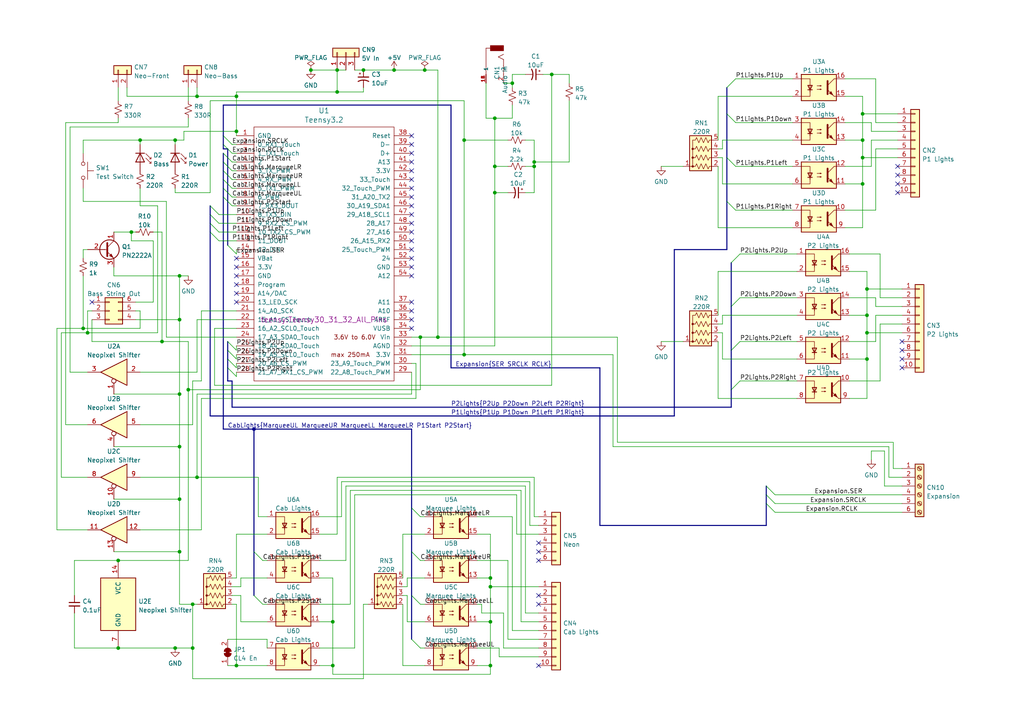
<source format=kicad_sch>
(kicad_sch (version 20211123) (generator eeschema)
  (paper "A4")
  (title_block (title "IceIO") (rev "0.1"))
  (bus_alias "P1Lights" (members "P1Up" "P1Down" "P1Left" "P1Right"))
  (junction (at 160.02 21.59))
  (junction (at 250.19 33.02))
  (junction (at 34.29 187.96))
  (junction (at 142.24 167.64))
  (junction (at 57.15 138.43))
  (junction (at 54.61 113.03))
  (junction (at 55.88 187.96))
  (junction (at 250.19 45.72))
  (junction (at 50.8 187.96))
  (junction (at 52.07 160.02))
  (junction (at 96.52 193.04))
  (junction (at 134.62 102.87))
  (junction (at 24.13 95.25))
  (junction (at 46.99 99.06))
  (junction (at 52.07 144.78))
  (junction (at 55.88 175.26))
  (junction (at 143.51 48.26))
  (junction (at 142.24 193.04))
  (junction (at 34.29 162.56))
  (junction (at 68.58 193.04))
  (junction (at 52.07 114.3))
  (junction (at 114.3 20.32))
  (junction (at 38.1 67.31))
  (junction (at 143.51 55.88))
  (junction (at 52.07 129.54))
  (junction (at 250.19 40.64))
  (junction (at 154.94 48.26))
  (junction (at 251.46 104.14))
  (junction (at 73.66 124.46))
  (junction (at 97.79 26.67))
  (junction (at 148.59 24.13))
  (junction (at 52.07 92.71))
  (junction (at 250.19 53.34))
  (junction (at 90.17 20.32))
  (junction (at 134.62 40.64))
  (junction (at 121.92 97.79))
  (junction (at 68.58 38.1))
  (junction (at 97.79 20.32))
  (junction (at 105.41 20.32))
  (junction (at 50.8 40.64))
  (junction (at 52.07 80.01))
  (junction (at 251.46 83.82))
  (junction (at 127 97.79))
  (junction (at 142.24 170.18))
  (junction (at 68.58 27.94))
  (junction (at 57.15 27.94))
  (junction (at 96.52 180.34))
  (junction (at 251.46 91.44))
  (junction (at 123.19 20.32))
  (junction (at 40.64 40.64))
  (junction (at 142.24 180.34))
  (junction (at 251.46 96.52))
  (junction (at 143.51 34.29))
  (junction (at 25.4 96.52))
  (junction (at 154.94 46.99))
  (no_connect (at 156.21 162.56))
  (no_connect (at 156.21 157.48))
  (no_connect (at 156.21 160.02))
  (no_connect (at 260.35 48.26))
  (no_connect (at 260.35 50.8))
  (no_connect (at 260.35 55.88))
  (no_connect (at 260.35 53.34))
  (no_connect (at 261.62 99.06))
  (no_connect (at 261.62 101.6))
  (no_connect (at 261.62 104.14))
  (no_connect (at 261.62 106.68))
  (no_connect (at 26.67 87.63))
  (no_connect (at 156.21 193.04))
  (no_connect (at 156.21 172.72))
  (no_connect (at 156.21 175.26))
  (no_connect (at 119.38 49.53))
  (no_connect (at 119.38 52.07))
  (no_connect (at 119.38 54.61))
  (no_connect (at 119.38 46.99))
  (no_connect (at 119.38 44.45))
  (no_connect (at 119.38 57.15))
  (no_connect (at 119.38 59.69))
  (no_connect (at 119.38 62.23))
  (no_connect (at 119.38 64.77))
  (no_connect (at 119.38 67.31))
  (no_connect (at 119.38 90.17))
  (no_connect (at 119.38 92.71))
  (no_connect (at 119.38 95.25))
  (no_connect (at 119.38 41.91))
  (no_connect (at 68.58 74.93))
  (no_connect (at 68.58 77.47))
  (no_connect (at 68.58 82.55))
  (no_connect (at 68.58 85.09))
  (no_connect (at 68.58 87.63))
  (no_connect (at 119.38 69.85))
  (no_connect (at 119.38 72.39))
  (no_connect (at 119.38 74.93))
  (no_connect (at 119.38 80.01))
  (no_connect (at 119.38 87.63))
  (no_connect (at 119.38 39.37))
  (no_connect (at 119.38 77.47))
  (no_connect (at 68.58 80.01))
  (bus_entry (at 119.38 147.32) (size 2.54 2.54))
  (bus_entry (at 210.82 45.72) (size 2.54 2.54))
  (bus_entry (at 210.82 33.02) (size 2.54 2.54))
  (bus_entry (at 64.77 46.99) (size 2.54 2.54))
  (bus_entry (at 64.77 44.45) (size 2.54 2.54))
  (bus_entry (at 64.77 57.15) (size 2.54 2.54))
  (bus_entry (at 64.77 54.61) (size 2.54 2.54))
  (bus_entry (at 64.77 52.07) (size 2.54 2.54))
  (bus_entry (at 64.77 49.53) (size 2.54 2.54))
  (bus_entry (at 212.09 113.03) (size 2.54 -2.54))
  (bus_entry (at 119.38 160.02) (size 2.54 2.54))
  (bus_entry (at 66.04 106.68) (size 2.54 2.54))
  (bus_entry (at 66.04 101.6) (size 2.54 2.54))
  (bus_entry (at 66.04 99.06) (size 2.54 2.54))
  (bus_entry (at 66.04 104.14) (size 2.54 2.54))
  (bus_entry (at 66.04 71.12) (size 2.54 2.54))
  (bus_entry (at 210.82 25.4) (size 2.54 -2.54))
  (bus_entry (at 60.96 67.31) (size 2.54 2.54))
  (bus_entry (at 60.96 64.77) (size 2.54 2.54))
  (bus_entry (at 212.09 88.9) (size 2.54 -2.54))
  (bus_entry (at 119.38 172.72) (size 2.54 2.54))
  (bus_entry (at 212.09 76.2) (size 2.54 -2.54))
  (bus_entry (at 212.09 101.6) (size 2.54 -2.54))
  (bus_entry (at 210.82 58.42) (size 2.54 2.54))
  (bus_entry (at 64.77 39.37) (size 2.54 2.54))
  (bus_entry (at 64.77 41.91) (size 2.54 2.54))
  (bus_entry (at 119.38 185.42) (size 2.54 2.54))
  (bus_entry (at 60.96 62.23) (size 2.54 2.54))
  (bus_entry (at 73.66 160.02) (size 2.54 2.54))
  (bus_entry (at 60.96 59.69) (size 2.54 2.54))
  (bus_entry (at 73.66 172.72) (size 2.54 2.54))
  (bus_entry (at 222.25 146.05) (size 2.54 2.54))
  (bus_entry (at 222.25 143.51) (size 2.54 2.54))
  (bus_entry (at 222.25 140.97) (size 2.54 2.54))
  (wire (pts (xy 33.02 160.02) (xy 52.07 160.02)))
  (wire (pts (xy 260.35 40.64) (xy 252.73 40.64)))
  (wire (pts (xy 252.73 130.81) (xy 252.73 133.35)))
  (wire (pts (xy 50.8 40.64) (xy 50.8 41.91)))
  (wire (pts (xy 55.88 187.96) (xy 55.88 175.26)))
  (bus (pts (xy 212.09 88.9) (xy 212.09 101.6)))
  (bus (pts (xy 173.99 152.4) (xy 222.25 152.4)))
  (wire (pts (xy 152.4 55.88) (xy 154.94 55.88)))
  (wire (pts (xy 101.6 175.26) (xy 92.71 175.26)))
  (bus (pts (xy 210.82 25.4) (xy 210.82 33.02)))
  (wire (pts (xy 165.1 24.13) (xy 165.1 21.59)))
  (wire (pts (xy 245.11 35.56) (xy 252.73 35.56)))
  (wire (pts (xy 48.26 58.42) (xy 48.26 97.79)))
  (wire (pts (xy 147.32 48.26) (xy 143.51 48.26)))
  (wire (pts (xy 250.19 45.72) (xy 260.35 45.72)))
  (wire (pts (xy 77.47 167.64) (xy 69.85 167.64)))
  (bus (pts (xy 130.81 106.68) (xy 173.99 106.68)))
  (wire (pts (xy 39.37 92.71) (xy 52.07 92.71)))
  (wire (pts (xy 119.38 114.3) (xy 57.15 114.3)))
  (wire (pts (xy 40.64 95.25) (xy 24.13 95.25)))
  (wire (pts (xy 68.58 27.94) (xy 68.58 38.1)))
  (wire (pts (xy 105.41 20.32) (xy 114.3 20.32)))
  (wire (pts (xy 40.64 90.17) (xy 40.64 95.25)))
  (wire (pts (xy 209.55 96.52) (xy 208.28 96.52)))
  (wire (pts (xy 74.93 138.43) (xy 57.15 138.43)))
  (wire (pts (xy 250.19 27.94) (xy 250.19 33.02)))
  (wire (pts (xy 52.07 80.01) (xy 54.61 80.01)))
  (wire (pts (xy 69.85 172.72) (xy 69.85 180.34)))
  (wire (pts (xy 68.58 175.26) (xy 68.58 193.04)))
  (wire (pts (xy 160.02 21.59) (xy 157.48 21.59)))
  (wire (pts (xy 142.24 193.04) (xy 142.24 195.58)))
  (wire (pts (xy 245.11 40.64) (xy 250.19 40.64)))
  (wire (pts (xy 97.79 138.43) (xy 97.79 154.94)))
  (wire (pts (xy 68.58 26.67) (xy 97.79 26.67)))
  (wire (pts (xy 67.31 52.07) (xy 68.58 52.07)))
  (wire (pts (xy 251.46 96.52) (xy 261.62 96.52)))
  (wire (pts (xy 17.78 96.52) (xy 17.78 138.43)))
  (wire (pts (xy 251.46 96.52) (xy 251.46 91.44)))
  (wire (pts (xy 148.59 21.59) (xy 152.4 21.59)))
  (wire (pts (xy 25.4 96.52) (xy 17.78 96.52)))
  (wire (pts (xy 33.02 144.78) (xy 52.07 144.78)))
  (wire (pts (xy 144.78 187.96) (xy 138.43 187.96)))
  (bus (pts (xy 130.81 30.48) (xy 130.81 106.68)))
  (wire (pts (xy 257.81 138.43) (xy 257.81 129.54)))
  (wire (pts (xy 33.02 77.47) (xy 33.02 80.01)))
  (wire (pts (xy 24.13 72.39) (xy 24.13 74.93)))
  (wire (pts (xy 147.32 55.88) (xy 143.51 55.88)))
  (wire (pts (xy 99.06 139.7) (xy 99.06 149.86)))
  (wire (pts (xy 67.31 175.26) (xy 68.58 175.26)))
  (wire (pts (xy 92.71 187.96) (xy 102.87 187.96)))
  (wire (pts (xy 102.87 20.32) (xy 105.41 20.32)))
  (wire (pts (xy 76.2 175.26) (xy 77.47 175.26)))
  (bus (pts (xy 60.96 120.65) (xy 195.58 120.65)))
  (wire (pts (xy 77.47 180.34) (xy 69.85 180.34)))
  (wire (pts (xy 208.28 115.57) (xy 208.28 99.06)))
  (wire (pts (xy 26.67 99.06) (xy 46.99 99.06)))
  (wire (pts (xy 50.8 55.88) (xy 60.96 55.88)))
  (wire (pts (xy 97.79 20.32) (xy 90.17 20.32)))
  (wire (pts (xy 154.94 40.64) (xy 154.94 46.99)))
  (wire (pts (xy 118.11 170.18) (xy 116.84 170.18)))
  (wire (pts (xy 214.63 73.66) (xy 231.14 73.66)))
  (wire (pts (xy 34.29 162.56) (xy 54.61 162.56)))
  (wire (pts (xy 25.4 90.17) (xy 25.4 96.52)))
  (wire (pts (xy 213.36 22.86) (xy 229.87 22.86)))
  (wire (pts (xy 52.07 144.78) (xy 52.07 160.02)))
  (wire (pts (xy 46.99 99.06) (xy 54.61 99.06)))
  (wire (pts (xy 92.71 193.04) (xy 96.52 193.04)))
  (wire (pts (xy 53.34 38.1) (xy 68.58 38.1)))
  (wire (pts (xy 52.07 129.54) (xy 52.07 144.78)))
  (wire (pts (xy 148.59 25.4) (xy 148.59 24.13)))
  (wire (pts (xy 34.29 34.29) (xy 34.29 35.56)))
  (wire (pts (xy 259.08 128.27) (xy 259.08 135.89)))
  (wire (pts (xy 146.05 24.13) (xy 148.59 24.13)))
  (wire (pts (xy 68.58 102.87) (xy 68.58 104.14)))
  (wire (pts (xy 24.13 80.01) (xy 24.13 95.25)))
  (bus (pts (xy 222.25 140.97) (xy 222.25 143.51)))
  (bus (pts (xy 119.38 160.02) (xy 119.38 172.72)))
  (wire (pts (xy 20.32 107.95) (xy 25.4 107.95)))
  (wire (pts (xy 66.04 193.04) (xy 68.58 193.04)))
  (wire (pts (xy 68.58 193.04) (xy 77.47 193.04)))
  (wire (pts (xy 209.55 93.98) (xy 209.55 91.44)))
  (wire (pts (xy 246.38 115.57) (xy 251.46 115.57)))
  (wire (pts (xy 260.35 35.56) (xy 254 35.56)))
  (wire (pts (xy 143.51 48.26) (xy 143.51 55.88)))
  (wire (pts (xy 165.1 29.21) (xy 165.1 46.99)))
  (wire (pts (xy 209.55 91.44) (xy 231.14 91.44)))
  (wire (pts (xy 25.4 123.19) (xy 19.05 123.19)))
  (wire (pts (xy 52.07 80.01) (xy 52.07 92.71)))
  (wire (pts (xy 119.38 102.87) (xy 134.62 102.87)))
  (wire (pts (xy 250.19 33.02) (xy 250.19 40.64)))
  (wire (pts (xy 68.58 167.64) (xy 67.31 167.64)))
  (wire (pts (xy 21.59 162.56) (xy 34.29 162.56)))
  (wire (pts (xy 36.83 27.94) (xy 57.15 27.94)))
  (bus (pts (xy 60.96 67.31) (xy 60.96 120.65)))
  (wire (pts (xy 209.55 43.18) (xy 208.28 43.18)))
  (wire (pts (xy 105.41 26.67) (xy 97.79 26.67)))
  (wire (pts (xy 143.51 34.29) (xy 143.51 48.26)))
  (wire (pts (xy 116.84 172.72) (xy 118.11 172.72)))
  (wire (pts (xy 68.58 107.95) (xy 68.58 109.22)))
  (wire (pts (xy 154.94 138.43) (xy 97.79 138.43)))
  (wire (pts (xy 105.41 196.85) (xy 55.88 196.85)))
  (bus (pts (xy 64.77 54.61) (xy 64.77 57.15)))
  (wire (pts (xy 54.61 36.83) (xy 54.61 34.29)))
  (wire (pts (xy 40.64 138.43) (xy 57.15 138.43)))
  (wire (pts (xy 208.28 78.74) (xy 231.14 78.74)))
  (wire (pts (xy 119.38 107.95) (xy 119.38 114.3)))
  (wire (pts (xy 21.59 187.96) (xy 34.29 187.96)))
  (wire (pts (xy 40.64 123.19) (xy 55.88 123.19)))
  (wire (pts (xy 33.02 129.54) (xy 52.07 129.54)))
  (wire (pts (xy 16.51 95.25) (xy 16.51 153.67)))
  (bus (pts (xy 64.77 44.45) (xy 64.77 46.99)))
  (wire (pts (xy 58.42 90.17) (xy 58.42 110.49)))
  (wire (pts (xy 208.28 66.04) (xy 208.28 48.26)))
  (wire (pts (xy 261.62 140.97) (xy 256.54 140.97)))
  (wire (pts (xy 97.79 20.32) (xy 100.33 20.32)))
  (wire (pts (xy 191.77 48.26) (xy 198.12 48.26)))
  (wire (pts (xy 142.24 167.64) (xy 138.43 167.64)))
  (wire (pts (xy 33.02 67.31) (xy 38.1 67.31)))
  (wire (pts (xy 261.62 88.9) (xy 254 88.9)))
  (wire (pts (xy 66.04 185.42) (xy 77.47 185.42)))
  (bus (pts (xy 66.04 43.18) (xy 66.04 71.12)))
  (wire (pts (xy 142.24 154.94) (xy 142.24 167.64)))
  (wire (pts (xy 245.11 27.94) (xy 250.19 27.94)))
  (wire (pts (xy 123.19 193.04) (xy 116.84 193.04)))
  (wire (pts (xy 209.55 104.14) (xy 231.14 104.14)))
  (wire (pts (xy 40.64 59.69) (xy 45.72 59.69)))
  (wire (pts (xy 57.15 175.26) (xy 55.88 175.26)))
  (bus (pts (xy 60.96 59.69) (xy 60.96 62.23)))
  (wire (pts (xy 45.72 59.69) (xy 45.72 96.52)))
  (wire (pts (xy 254 22.86) (xy 254 35.56)))
  (wire (pts (xy 156.21 182.88) (xy 148.59 182.88)))
  (bus (pts (xy 60.96 62.23) (xy 60.96 64.77)))
  (wire (pts (xy 138.43 154.94) (xy 142.24 154.94)))
  (wire (pts (xy 121.92 113.03) (xy 54.61 113.03)))
  (wire (pts (xy 96.52 180.34) (xy 96.52 193.04)))
  (wire (pts (xy 123.19 180.34) (xy 118.11 180.34)))
  (wire (pts (xy 134.62 40.64) (xy 134.62 29.21)))
  (wire (pts (xy 63.5 62.23) (xy 68.58 62.23)))
  (bus (pts (xy 212.09 76.2) (xy 212.09 88.9)))
  (wire (pts (xy 148.59 34.29) (xy 143.51 34.29)))
  (wire (pts (xy 142.24 170.18) (xy 142.24 167.64)))
  (wire (pts (xy 67.31 57.15) (xy 68.58 57.15)))
  (wire (pts (xy 245.11 53.34) (xy 250.19 53.34)))
  (wire (pts (xy 44.45 87.63) (xy 44.45 69.85)))
  (wire (pts (xy 224.79 146.05) (xy 261.62 146.05)))
  (wire (pts (xy 261.62 91.44) (xy 254 91.44)))
  (wire (pts (xy 24.13 58.42) (xy 48.26 58.42)))
  (wire (pts (xy 147.32 40.64) (xy 134.62 40.64)))
  (wire (pts (xy 261.62 86.36) (xy 255.27 86.36)))
  (wire (pts (xy 121.92 149.86) (xy 123.19 149.86)))
  (wire (pts (xy 34.29 187.96) (xy 50.8 187.96)))
  (bus (pts (xy 64.77 52.07) (xy 64.77 54.61)))
  (wire (pts (xy 148.59 149.86) (xy 138.43 149.86)))
  (wire (pts (xy 165.1 46.99) (xy 154.94 46.99)))
  (wire (pts (xy 57.15 138.43) (xy 57.15 114.3)))
  (wire (pts (xy 67.31 54.61) (xy 68.58 54.61)))
  (wire (pts (xy 179.07 128.27) (xy 259.08 128.27)))
  (wire (pts (xy 251.46 83.82) (xy 251.46 91.44)))
  (wire (pts (xy 100.33 140.97) (xy 100.33 162.56)))
  (wire (pts (xy 134.62 40.64) (xy 134.62 102.87)))
  (wire (pts (xy 48.26 97.79) (xy 68.58 97.79)))
  (bus (pts (xy 66.04 43.18) (xy 64.77 43.18)))
  (wire (pts (xy 154.94 48.26) (xy 152.4 48.26)))
  (wire (pts (xy 36.83 25.4) (xy 36.83 27.94)))
  (bus (pts (xy 64.77 46.99) (xy 64.77 49.53)))
  (wire (pts (xy 57.15 92.71) (xy 68.58 92.71)))
  (wire (pts (xy 146.05 187.96) (xy 146.05 177.8)))
  (wire (pts (xy 127 97.79) (xy 121.92 97.79)))
  (wire (pts (xy 105.41 175.26) (xy 106.68 175.26)))
  (wire (pts (xy 38.1 67.31) (xy 39.37 67.31)))
  (wire (pts (xy 24.13 40.64) (xy 40.64 40.64)))
  (wire (pts (xy 213.36 48.26) (xy 229.87 48.26)))
  (wire (pts (xy 138.43 193.04) (xy 142.24 193.04)))
  (wire (pts (xy 40.64 153.67) (xy 58.42 153.67)))
  (wire (pts (xy 252.73 35.56) (xy 252.73 38.1)))
  (bus (pts (xy 210.82 58.42) (xy 210.82 72.39)))
  (bus (pts (xy 210.82 33.02) (xy 210.82 45.72)))
  (bus (pts (xy 210.82 45.72) (xy 210.82 58.42)))
  (wire (pts (xy 52.07 175.26) (xy 55.88 175.26)))
  (wire (pts (xy 102.87 143.51) (xy 149.86 143.51)))
  (wire (pts (xy 69.85 170.18) (xy 67.31 170.18)))
  (bus (pts (xy 66.04 110.49) (xy 67.31 110.49)))
  (wire (pts (xy 154.94 55.88) (xy 154.94 48.26)))
  (wire (pts (xy 40.64 40.64) (xy 50.8 40.64)))
  (wire (pts (xy 67.31 59.69) (xy 68.58 59.69)))
  (wire (pts (xy 148.59 24.13) (xy 148.59 21.59)))
  (wire (pts (xy 44.45 69.85) (xy 38.1 69.85)))
  (wire (pts (xy 153.67 139.7) (xy 99.06 139.7)))
  (wire (pts (xy 63.5 64.77) (xy 68.58 64.77)))
  (wire (pts (xy 254 99.06) (xy 246.38 99.06)))
  (wire (pts (xy 118.11 172.72) (xy 118.11 180.34)))
  (wire (pts (xy 246.38 78.74) (xy 251.46 78.74)))
  (wire (pts (xy 99.06 149.86) (xy 92.71 149.86)))
  (wire (pts (xy 252.73 38.1) (xy 260.35 38.1)))
  (wire (pts (xy 142.24 170.18) (xy 156.21 170.18)))
  (wire (pts (xy 251.46 83.82) (xy 261.62 83.82)))
  (wire (pts (xy 121.92 162.56) (xy 123.19 162.56)))
  (bus (pts (xy 66.04 106.68) (xy 66.04 110.49)))
  (wire (pts (xy 57.15 27.94) (xy 68.58 27.94)))
  (bus (pts (xy 64.77 43.18) (xy 64.77 41.91)))
  (bus (pts (xy 66.04 104.14) (xy 66.04 106.68)))
  (wire (pts (xy 251.46 115.57) (xy 251.46 104.14)))
  (wire (pts (xy 118.11 167.64) (xy 118.11 170.18)))
  (wire (pts (xy 142.24 180.34) (xy 142.24 170.18)))
  (wire (pts (xy 209.55 45.72) (xy 209.55 53.34)))
  (wire (pts (xy 119.38 105.41) (xy 120.65 105.41)))
  (wire (pts (xy 26.67 92.71) (xy 26.67 99.06)))
  (wire (pts (xy 68.58 100.33) (xy 68.58 101.6)))
  (wire (pts (xy 229.87 66.04) (xy 208.28 66.04)))
  (wire (pts (xy 160.02 111.76) (xy 160.02 21.59)))
  (wire (pts (xy 24.13 40.64) (xy 24.13 44.45)))
  (wire (pts (xy 40.64 40.64) (xy 40.64 41.91)))
  (wire (pts (xy 25.4 72.39) (xy 24.13 72.39)))
  (wire (pts (xy 102.87 187.96) (xy 102.87 143.51)))
  (wire (pts (xy 250.19 66.04) (xy 250.19 53.34)))
  (wire (pts (xy 123.19 20.32) (xy 114.3 20.32)))
  (wire (pts (xy 58.42 110.49) (xy 55.88 110.49)))
  (wire (pts (xy 39.37 90.17) (xy 40.64 90.17)))
  (wire (pts (xy 68.58 154.94) (xy 77.47 154.94)))
  (wire (pts (xy 140.97 24.13) (xy 140.97 34.29)))
  (wire (pts (xy 57.15 25.4) (xy 57.15 27.94)))
  (wire (pts (xy 156.21 149.86) (xy 154.94 149.86)))
  (wire (pts (xy 246.38 104.14) (xy 251.46 104.14)))
  (wire (pts (xy 152.4 140.97) (xy 152.4 177.8)))
  (bus (pts (xy 222.25 146.05) (xy 222.25 152.4)))
  (wire (pts (xy 121.92 97.79) (xy 119.38 97.79)))
  (wire (pts (xy 57.15 107.95) (xy 57.15 92.71)))
  (wire (pts (xy 214.63 99.06) (xy 231.14 99.06)))
  (wire (pts (xy 254 43.18) (xy 254 60.96)))
  (bus (pts (xy 119.38 172.72) (xy 119.38 185.42)))
  (wire (pts (xy 92.71 154.94) (xy 97.79 154.94)))
  (wire (pts (xy 105.41 175.26) (xy 105.41 196.85)))
  (wire (pts (xy 153.67 152.4) (xy 153.67 139.7)))
  (wire (pts (xy 53.34 38.1) (xy 53.34 40.64)))
  (wire (pts (xy 33.02 114.3) (xy 52.07 114.3)))
  (wire (pts (xy 214.63 110.49) (xy 231.14 110.49)))
  (wire (pts (xy 154.94 48.26) (xy 154.94 46.99)))
  (wire (pts (xy 68.58 27.94) (xy 68.58 26.67)))
  (wire (pts (xy 246.38 73.66) (xy 255.27 73.66)))
  (wire (pts (xy 147.32 185.42) (xy 147.32 162.56)))
  (wire (pts (xy 76.2 162.56) (xy 77.47 162.56)))
  (wire (pts (xy 16.51 153.67) (xy 25.4 153.67)))
  (wire (pts (xy 156.21 177.8) (xy 152.4 177.8)))
  (bus (pts (xy 212.09 113.03) (xy 212.09 118.11)))
  (wire (pts (xy 142.24 193.04) (xy 142.24 180.34)))
  (wire (pts (xy 54.61 162.56) (xy 54.61 113.03)))
  (wire (pts (xy 67.31 172.72) (xy 69.85 172.72)))
  (wire (pts (xy 62.23 95.25) (xy 62.23 111.76)))
  (bus (pts (xy 66.04 101.6) (xy 66.04 104.14)))
  (wire (pts (xy 45.72 96.52) (xy 25.4 96.52)))
  (wire (pts (xy 52.07 160.02) (xy 52.07 175.26)))
  (wire (pts (xy 251.46 104.14) (xy 251.46 96.52)))
  (bus (pts (xy 173.99 106.68) (xy 173.99 152.4)))
  (bus (pts (xy 64.77 57.15) (xy 64.77 124.46)))
  (wire (pts (xy 74.93 149.86) (xy 77.47 149.86)))
  (wire (pts (xy 127 20.32) (xy 127 97.79)))
  (wire (pts (xy 96.52 193.04) (xy 96.52 195.58)))
  (wire (pts (xy 149.86 143.51) (xy 149.86 154.94)))
  (wire (pts (xy 214.63 86.36) (xy 231.14 86.36)))
  (wire (pts (xy 101.6 142.24) (xy 151.13 142.24)))
  (wire (pts (xy 25.4 138.43) (xy 17.78 138.43)))
  (wire (pts (xy 50.8 187.96) (xy 55.88 187.96)))
  (wire (pts (xy 121.92 97.79) (xy 121.92 113.03)))
  (wire (pts (xy 250.19 45.72) (xy 250.19 53.34)))
  (wire (pts (xy 177.8 102.87) (xy 177.8 129.54)))
  (wire (pts (xy 208.28 115.57) (xy 231.14 115.57)))
  (wire (pts (xy 213.36 35.56) (xy 229.87 35.56)))
  (bus (pts (xy 222.25 143.51) (xy 222.25 146.05)))
  (wire (pts (xy 120.65 105.41) (xy 120.65 115.57)))
  (wire (pts (xy 146.05 177.8) (xy 139.7 177.8)))
  (wire (pts (xy 60.96 29.21) (xy 60.96 55.88)))
  (wire (pts (xy 191.77 99.06) (xy 198.12 99.06)))
  (wire (pts (xy 134.62 29.21) (xy 60.96 29.21)))
  (wire (pts (xy 40.64 107.95) (xy 57.15 107.95)))
  (wire (pts (xy 55.88 196.85) (xy 55.88 187.96)))
  (wire (pts (xy 252.73 48.26) (xy 245.11 48.26)))
  (wire (pts (xy 96.52 180.34) (xy 96.52 167.64)))
  (bus (pts (xy 119.38 124.46) (xy 119.38 147.32)))
  (wire (pts (xy 149.86 154.94) (xy 156.21 154.94)))
  (wire (pts (xy 134.62 102.87) (xy 177.8 102.87)))
  (bus (pts (xy 73.66 124.46) (xy 119.38 124.46)))
  (wire (pts (xy 208.28 45.72) (xy 209.55 45.72)))
  (wire (pts (xy 116.84 154.94) (xy 123.19 154.94)))
  (wire (pts (xy 116.84 175.26) (xy 116.84 193.04)))
  (wire (pts (xy 52.07 114.3) (xy 52.07 129.54)))
  (wire (pts (xy 68.58 38.1) (xy 68.58 39.37)))
  (bus (pts (xy 119.38 147.32) (xy 119.38 160.02)))
  (wire (pts (xy 50.8 40.64) (xy 53.34 40.64)))
  (wire (pts (xy 58.42 153.67) (xy 58.42 115.57)))
  (wire (pts (xy 44.45 67.31) (xy 46.99 67.31)))
  (wire (pts (xy 24.13 95.25) (xy 16.51 95.25)))
  (wire (pts (xy 208.28 93.98) (xy 209.55 93.98)))
  (bus (pts (xy 64.77 41.91) (xy 64.77 39.37)))
  (wire (pts (xy 179.07 128.27) (xy 179.07 97.79)))
  (bus (pts (xy 73.66 160.02) (xy 73.66 172.72)))
  (wire (pts (xy 213.36 60.96) (xy 229.87 60.96)))
  (wire (pts (xy 156.21 187.96) (xy 146.05 187.96)))
  (bus (pts (xy 67.31 110.49) (xy 67.31 118.11)))
  (wire (pts (xy 116.84 167.64) (xy 116.84 154.94)))
  (wire (pts (xy 250.19 33.02) (xy 260.35 33.02)))
  (wire (pts (xy 121.92 175.26) (xy 123.19 175.26)))
  (wire (pts (xy 245.11 66.04) (xy 250.19 66.04)))
  (wire (pts (xy 40.64 54.61) (xy 40.64 59.69)))
  (wire (pts (xy 54.61 25.4) (xy 54.61 29.21)))
  (wire (pts (xy 229.87 40.64) (xy 209.55 40.64)))
  (wire (pts (xy 144.78 190.5) (xy 144.78 187.96)))
  (wire (pts (xy 69.85 167.64) (xy 69.85 170.18)))
  (wire (pts (xy 152.4 140.97) (xy 100.33 140.97)))
  (wire (pts (xy 62.23 111.76) (xy 160.02 111.76)))
  (wire (pts (xy 38.1 69.85) (xy 38.1 67.31)))
  (wire (pts (xy 148.59 182.88) (xy 148.59 149.86)))
  (wire (pts (xy 68.58 105.41) (xy 68.58 106.68)))
  (bus (pts (xy 60.96 64.77) (xy 60.96 67.31)))
  (wire (pts (xy 92.71 162.56) (xy 100.33 162.56)))
  (bus (pts (xy 64.77 39.37) (xy 64.77 30.48)))
  (wire (pts (xy 39.37 87.63) (xy 44.45 87.63)))
  (wire (pts (xy 208.28 40.64) (xy 208.28 27.94)))
  (wire (pts (xy 208.28 78.74) (xy 208.28 91.44)))
  (bus (pts (xy 66.04 99.06) (xy 66.04 101.6)))
  (wire (pts (xy 254 91.44) (xy 254 99.06)))
  (wire (pts (xy 251.46 78.74) (xy 251.46 83.82)))
  (bus (pts (xy 195.58 120.65) (xy 195.58 72.39)))
  (wire (pts (xy 67.31 49.53) (xy 68.58 49.53)))
  (wire (pts (xy 245.11 22.86) (xy 254 22.86)))
  (wire (pts (xy 21.59 172.72) (xy 21.59 162.56)))
  (wire (pts (xy 246.38 91.44) (xy 251.46 91.44)))
  (wire (pts (xy 50.8 54.61) (xy 50.8 55.88)))
  (bus (pts (xy 73.66 124.46) (xy 73.66 160.02)))
  (wire (pts (xy 152.4 40.64) (xy 154.94 40.64)))
  (wire (pts (xy 165.1 21.59) (xy 160.02 21.59)))
  (bus (pts (xy 64.77 49.53) (xy 64.77 52.07)))
  (wire (pts (xy 139.7 175.26) (xy 138.43 175.26)))
  (wire (pts (xy 74.93 149.86) (xy 74.93 138.43)))
  (wire (pts (xy 77.47 185.42) (xy 77.47 187.96)))
  (wire (pts (xy 34.29 35.56) (xy 19.05 35.56)))
  (wire (pts (xy 148.59 30.48) (xy 148.59 34.29)))
  (wire (pts (xy 256.54 140.97) (xy 256.54 130.81)))
  (wire (pts (xy 252.73 40.64) (xy 252.73 48.26)))
  (bus (pts (xy 212.09 101.6) (xy 212.09 113.03)))
  (bus (pts (xy 73.66 124.46) (xy 64.77 124.46)))
  (wire (pts (xy 63.5 69.85) (xy 68.58 69.85)))
  (wire (pts (xy 156.21 185.42) (xy 147.32 185.42)))
  (wire (pts (xy 254 88.9) (xy 254 86.36)))
  (wire (pts (xy 224.79 143.51) (xy 261.62 143.51)))
  (wire (pts (xy 46.99 67.31) (xy 46.99 99.06)))
  (wire (pts (xy 52.07 92.71) (xy 52.07 114.3)))
  (wire (pts (xy 138.43 180.34) (xy 142.24 180.34)))
  (wire (pts (xy 96.52 167.64) (xy 92.71 167.64)))
  (wire (pts (xy 246.38 110.49) (xy 255.27 110.49)))
  (wire (pts (xy 20.32 107.95) (xy 20.32 36.83)))
  (wire (pts (xy 179.07 97.79) (xy 127 97.79)))
  (wire (pts (xy 151.13 142.24) (xy 151.13 180.34)))
  (wire (pts (xy 261.62 93.98) (xy 255.27 93.98)))
  (wire (pts (xy 140.97 34.29) (xy 143.51 34.29)))
  (wire (pts (xy 260.35 43.18) (xy 254 43.18)))
  (wire (pts (xy 255.27 86.36) (xy 255.27 73.66)))
  (wire (pts (xy 26.67 90.17) (xy 25.4 90.17)))
  (wire (pts (xy 261.62 138.43) (xy 257.81 138.43)))
  (wire (pts (xy 67.31 46.99) (xy 68.58 46.99)))
  (wire (pts (xy 24.13 58.42) (xy 24.13 54.61)))
  (wire (pts (xy 259.08 135.89) (xy 261.62 135.89)))
  (wire (pts (xy 34.29 29.21) (xy 34.29 25.4)))
  (wire (pts (xy 209.55 104.14) (xy 209.55 96.52)))
  (wire (pts (xy 54.61 113.03) (xy 54.61 99.06)))
  (wire (pts (xy 63.5 67.31) (xy 68.58 67.31)))
  (wire (pts (xy 156.21 190.5) (xy 144.78 190.5)))
  (wire (pts (xy 256.54 130.81) (xy 252.73 130.81)))
  (wire (pts (xy 33.02 80.01) (xy 52.07 80.01)))
  (wire (pts (xy 123.19 167.64) (xy 118.11 167.64)))
  (wire (pts (xy 142.24 195.58) (xy 96.52 195.58)))
  (wire (pts (xy 208.28 27.94) (xy 229.87 27.94)))
  (wire (pts (xy 19.05 35.56) (xy 19.05 123.19)))
  (wire (pts (xy 21.59 177.8) (xy 21.59 187.96)))
  (wire (pts (xy 20.32 36.83) (xy 54.61 36.83)))
  (bus (pts (xy 195.58 72.39) (xy 210.82 72.39)))
  (bus (pts (xy 67.31 118.11) (xy 212.09 118.11)))
  (wire (pts (xy 245.11 60.96) (xy 254 60.96)))
  (wire (pts (xy 209.55 40.64) (xy 209.55 43.18)))
  (wire (pts (xy 154.94 149.86) (xy 154.94 138.43)))
  (wire (pts (xy 254 86.36) (xy 246.38 86.36)))
  (wire (pts (xy 67.31 41.91) (xy 68.58 41.91)))
  (wire (pts (xy 143.51 55.88) (xy 143.51 100.33)))
  (bus (pts (xy 64.77 30.48) (xy 130.81 30.48)))
  (wire (pts (xy 92.71 180.34) (xy 96.52 180.34)))
  (wire (pts (xy 97.79 26.67) (xy 97.79 20.32)))
  (wire (pts (xy 58.42 90.17) (xy 68.58 90.17)))
  (wire (pts (xy 255.27 93.98) (xy 255.27 110.49)))
  (wire (pts (xy 67.31 44.45) (xy 68.58 44.45)))
  (wire (pts (xy 127 20.32) (xy 123.19 20.32)))
  (wire (pts (xy 139.7 177.8) (xy 139.7 175.26)))
  (wire (pts (xy 151.13 180.34) (xy 156.21 180.34)))
  (wire (pts (xy 105.41 25.4) (xy 105.41 26.67)))
  (wire (pts (xy 143.51 100.33) (xy 119.38 100.33)))
  (wire (pts (xy 224.79 148.59) (xy 261.62 148.59)))
  (wire (pts (xy 68.58 154.94) (xy 68.58 167.64)))
  (wire (pts (xy 120.65 115.57) (xy 58.42 115.57)))
  (wire (pts (xy 101.6 142.24) (xy 101.6 175.26)))
  (wire (pts (xy 147.32 162.56) (xy 138.43 162.56)))
  (wire (pts (xy 156.21 152.4) (xy 153.67 152.4)))
  (wire (pts (xy 250.19 40.64) (xy 250.19 45.72)))
  (wire (pts (xy 68.58 95.25) (xy 62.23 95.25)))
  (wire (pts (xy 68.58 72.39) (xy 68.58 73.66)))
  (wire (pts (xy 229.87 53.34) (xy 209.55 53.34)))
  (wire (pts (xy 177.8 129.54) (xy 257.81 129.54)))
  (wire (pts (xy 121.92 187.96) (xy 123.19 187.96)))
  (wire (pts (xy 55.88 123.19) (xy 55.88 110.49)))
  (label "P1Lights.P1Up" (at 213.36 22.86 0))
  (label "CabLights.MarqueeLL" (at 123.19 175.26 0))
  (label "P2Lights.P2Left" (at 214.63 99.06 0))
  (label "CabLights.P1Start" (at 76.2 162.56 0))
  (label "Expansion.SRCLK" (at 67.31 41.91 0))
  (label "P2Lights.P2Right" (at 68.58 107.95 0))
  (label "CabLights.MarqueeLR" (at 67.31 49.53 0))
  (label "P2Lights.P2Left" (at 68.58 105.41 0))
  (label "P1Lights.P1Up" (at 68.58 62.23 0))
  (label "Expansion.SRCLK" (at 234.95 146.05 0))
  (label "CabLights.P1Start" (at 67.31 46.99 0))
  (label "P1Lights.P1Right" (at 213.36 60.96 0))
  (label "P1Lights.P1Down" (at 68.58 64.77 0))
  (label "P1Lights.P1Down" (at 213.36 35.56 0))
  (label "Expansion.RCLK" (at 233.68 148.59 0))
  (label "P2Lights.P2Down" (at 214.63 86.36 0))
  (label "CabLights.MarqueeUR" (at 121.92 162.56 0))
  (label "P1Lights.P1Left" (at 213.36 48.26 0))
  (label "Expansion.SER" (at 68.58 73.66 0))
  (label "Expansion{SER SRCLK RCLK}" (at 132.08 106.68 0))
  (label "P1Lights.P1Left" (at 67.31 67.31 0))
  (label "P2Lights.P2Up" (at 214.63 73.66 0))
  (label "P2Lights.P2Up" (at 68.58 100.33 0))
  (label "CabLights{MarqueeUL MarqueeUR MarqueeLL MarqueeLR P1Start P2Start}" (at 66.04 124.46 0))
  (label "CabLights.P2Start" (at 67.31 59.69 0))
  (label "P2Lights{P2Up P2Down P2Left P2Right}" (at 130.81 118.11 0))
  (label "Expansion.RCLK" (at 67.31 44.45 0))
  (label "CabLights.P2Start" (at 76.2 175.26 0))
  (label "CabLights.MarqueeUL" (at 67.31 57.15 0))
  (label "CabLights.MarqueeUL" (at 123.19 187.96 0))
  (label "CabLights.MarqueeUR" (at 67.31 52.07 0))
  (label "P2Lights.P2Right" (at 214.63 110.49 0))
  (label "CabLights.MarqueeLL" (at 67.31 54.61 0))
  (label "Expansion.SER" (at 236.22 143.51 0))
  (label "P1Lights.P1Right" (at 67.31 69.85 0))
  (label "P1Lights{P1Up P1Down P1Left P1Right}" (at 130.81 120.65 0))
  (label "CabLights.MarqueeLR" (at 121.92 149.86 0))
  (label "P2Lights.P2Down" (at 68.58 102.87 0))
  (symbol (lib_id "IceBeats-rescue:Teensy3.2-teensy") (at 93.98 73.66 0) (unit 1)
    (property "Reference" "U1" (at 93.98 32.0802 0) (effects (font (size 1.524 1.524))))
    (property "Value" "Teensy3.2" (at 93.98 34.7726 0) (effects (font (size 1.524 1.524))))
    (property "Footprint" "teensy:Teensy30_31_32_All_Pins" (at 93.98 92.71 0) (effects (font (size 1.524 1.524))))
  )
  (symbol (lib_id "RCJ-013:RCJ-013") (at 143.51 16.51 90) (mirror x) (unit 1)
    (property "Reference" "CN1" (at 144.145 19.05 0) (effects (justify left)))
    (property "Value" "Audio In" (at 146.4564 19.05 0) (effects (justify left)))
    (property "Footprint" "CUI_RCJ-013" (effects hide))
    (property "Datasheet" " ~" (effects hide))
    (property "PART_REV" "B" (effects hide))
    (property "MANUFACTURER" "CUI Inc" (effects hide))
    (property "STANDARD" "Manufacturer recommendations" (effects hide))
  )
  (symbol (lib_id "Device:C_Small") (at 21.59 175.26 0) (unit 1)
    (property "Reference" "C4" (at 23.9141 174.4316 0) (effects (justify left)))
    (property "Value" "0.1uF" (at 23.9141 176.9685 0) (effects (justify left)))
    (property "Footprint" "Capacitor_THT:C_Disc_D5.1mm_W3.2mm_P5.00mm" (effects hide))
  )
  (symbol (lib_id "Connector_Generic:Conn_01x02") (at 54.61 20.32 90) (unit 1)
    (property "Reference" "CN8" (at 59.182 19.4853 90) (effects (justify right)))
    (property "Value" "Neo-Bass" (at 59.182 22.0222 90) (effects (justify right)))
    (property "Footprint" "Connector_Molex:Molex_KK-254_AE-6410-02A_1x02_P2.54mm_Vertical" (effects hide))
  )
  (symbol (lib_id "power:GND") (at 191.77 99.06 0) (unit 1)
    (property "Reference" "#PWR0106" (effects hide))
    (property "Value" "GND" (at 191.77 103.5034 0))
  )
  (symbol (lib_id "Device:R_Small_US") (at 50.8 52.07 0) (unit 1)
    (property "Reference" "R1" (at 52.451 51.2353 0) (effects (justify left)))
    (property "Value" "220R" (at 52.451 53.7722 0) (effects (justify left)))
    (property "Footprint" "Resistor_THT:R_Axial_DIN0207_L6.3mm_D2.5mm_P2.54mm_Vertical" (effects hide))
  )
  (symbol (lib_id "Isolator:LTV-847") (at 237.49 63.5 0) (unit 4)
    (property "Reference" "U3" (at 237.49 55.9902 0))
    (property "Value" "P1 Lights" (at 237.49 58.5271 0))
    (property "Footprint" "Package_DIP:DIP-16_W7.62mm" (effects hide))
    (property "Datasheet" "http://optoelectronics.liteon.com/upload/download/DS-70-96-0016/LTV-8X7%20series.PDF" (effects hide))
  )
  (symbol (lib_id "Device:R_Small_US") (at 41.91 67.31 270) (unit 1)
    (property "Reference" "R10" (at 41.91 62.7212 90))
    (property "Value" "10k" (at 41.91 65.2581 90))
    (property "Footprint" "Resistor_THT:R_Axial_DIN0207_L6.3mm_D2.5mm_P10.16mm_Horizontal" (effects hide))
  )
  (symbol (lib_id "power:GND") (at 252.73 133.35 0) (unit 1)
    (property "Reference" "#PWR0107" (effects hide))
    (property "Value" "GND" (at 252.73 137.7934 0))
  )
  (symbol (lib_id "Device:R_Small_US") (at 148.59 27.94 0) (unit 1)
    (property "Reference" "R3" (at 150.241 27.1053 0) (effects (justify left)))
    (property "Value" "47k" (at 150.241 29.6422 0) (effects (justify left)))
    (property "Footprint" "Resistor_THT:R_Axial_DIN0207_L6.3mm_D2.5mm_P2.54mm_Vertical" (effects hide))
  )
  (symbol (lib_id "Device:C_Polarized_Small_US") (at 105.41 22.86 0) (unit 1)
    (property "Reference" "C3" (at 107.7214 21.5935 0) (effects (justify left)))
    (property "Value" "10uF" (at 107.7214 24.1304 0) (effects (justify left)))
    (property "Footprint" "Capacitor_THT:CP_Radial_D6.3mm_P2.50mm" (effects hide))
  )
  (symbol (lib_id "Device:R_Network04_US") (at 111.76 170.18 90) (unit 1)
    (property "Reference" "RN3" (at 112.014 162.6702 90))
    (property "Value" "220R" (at 112.014 165.2071 90))
    (property "Footprint" "Resistor_THT:R_Array_SIP5" (effects hide))
    (property "Datasheet" "http://www.vishay.com/docs/31509/csc.pdf" (effects hide))
  )
  (symbol (lib_id "Switch:SW_Push") (at 24.13 49.53 270) (unit 1)
    (property "Reference" "SW1" (at 27.813 48.6953 90) (effects (justify left)))
    (property "Value" "Test Switch" (at 27.813 51.2322 90) (effects (justify left)))
    (property "Footprint" "Button_Switch_THT:SW_PUSH_6mm_H5mm" (effects hide))
  )
  (symbol (lib_id "Isolator:LTV-847") (at 130.81 190.5 0) (unit 4)
    (property "Reference" "U5" (at 130.81 182.9902 0))
    (property "Value" "Marquee Lights" (at 130.81 185.5271 0))
    (property "Footprint" "Package_DIP:DIP-16_W7.62mm" (effects hide))
    (property "Datasheet" "http://optoelectronics.liteon.com/upload/download/DS-70-96-0016/LTV-8X7%20series.PDF" (effects hide))
  )
  (symbol (lib_id "Isolator:LTV-847") (at 238.76 113.03 0) (unit 4)
    (property "Reference" "U4" (at 238.76 106.68 0))
    (property "Value" "P2 Lights" (at 238.76 108.0571 0))
    (property "Footprint" "Package_DIP:DIP-16_W7.62mm" (effects hide))
    (property "Datasheet" "http://optoelectronics.liteon.com/upload/download/DS-70-96-0016/LTV-8X7%20series.PDF" (effects hide))
  )
  (symbol (lib_id "Isolator:LTV-847") (at 237.49 38.1 0) (unit 2)
    (property "Reference" "U3" (at 237.49 30.5902 0))
    (property "Value" "P1 Lights" (at 237.49 33.1271 0))
    (property "Footprint" "Package_DIP:DIP-16_W7.62mm" (effects hide))
    (property "Datasheet" "http://optoelectronics.liteon.com/upload/download/DS-70-96-0016/LTV-8X7%20series.PDF" (effects hide))
  )
  (symbol (lib_id "Isolator:LTV-847") (at 85.09 165.1 0) (unit 2)
    (property "Reference" "U6" (at 85.09 157.5902 0))
    (property "Value" "Cab Lights" (at 85.09 160.1271 0))
    (property "Footprint" "Package_DIP:DIP-16_W7.62mm" (effects hide))
    (property "Datasheet" "http://optoelectronics.liteon.com/upload/download/DS-70-96-0016/LTV-8X7%20series.PDF" (effects hide))
  )
  (symbol (lib_id "Device:R_Small_US") (at 34.29 31.75 0) (unit 1)
    (property "Reference" "R7" (at 35.941 30.9153 0) (effects (justify left)))
    (property "Value" "330R" (at 35.941 33.4522 0) (effects (justify left)))
    (property "Footprint" "Resistor_THT:R_Axial_DIN0207_L6.3mm_D2.5mm_P10.16mm_Horizontal" (effects hide))
  )
  (symbol (lib_id "Connector_Generic:Conn_01x10") (at 161.29 180.34 0) (unit 1)
    (property "Reference" "CN4" (at 163.322 180.7753 0) (effects (justify left)))
    (property "Value" "Cab Lights" (at 163.322 183.3122 0) (effects (justify left)))
    (property "Footprint" "Connector_PinHeader_2.54mm:PinHeader_1x10_P2.54mm_Vertical" (effects hide))
  )
  (symbol (lib_id "Isolator:LTV-847") (at 237.49 50.8 0) (unit 3)
    (property "Reference" "U3" (at 237.49 43.2902 0))
    (property "Value" "P1 Lights" (at 237.49 45.8271 0))
    (property "Footprint" "Package_DIP:DIP-16_W7.62mm" (effects hide))
    (property "Datasheet" "http://optoelectronics.liteon.com/upload/download/DS-70-96-0016/LTV-8X7%20series.PDF" (effects hide))
  )
  (symbol (lib_id "LED:LD271") (at 50.8 46.99 270) (unit 1)
    (property "Reference" "D1" (at 54.61 45.0123 90) (effects (justify left)))
    (property "Value" "Power" (at 54.61 47.5492 90) (effects (justify left)))
    (property "Footprint" "LED_THT:LED_D3.0mm_Horizontal_O3.81mm_Z2.0mm" (effects hide))
    (property "Datasheet" "http://www.alliedelec.com/m/d/40788c34903a719969df15f1fbea1056.pdf" (effects hide))
  )
  (symbol (lib_id "Connector_Generic:Conn_01x06") (at 161.29 154.94 0) (unit 1)
    (property "Reference" "CN5" (at 163.322 155.3753 0) (effects (justify left)))
    (property "Value" "Neon" (at 163.322 157.9122 0) (effects (justify left)))
    (property "Footprint" "Connector_PinHeader_2.54mm:PinHeader_1x06_P2.54mm_Vertical" (effects hide))
  )
  (symbol (lib_id "Connector_Generic:Conn_01x02") (at 34.29 20.32 90) (unit 1)
    (property "Reference" "CN7" (at 38.862 19.4853 90) (effects (justify right)))
    (property "Value" "Neo-Front" (at 38.862 22.0222 90) (effects (justify right)))
    (property "Footprint" "Connector_Molex:Molex_KK-254_AE-6410-02A_1x02_P2.54mm_Vertical" (effects hide))
  )
  (symbol (lib_id "Transistor_BJT:BC547") (at 30.48 72.39 0) (unit 1)
    (property "Reference" "Q1" (at 35.3314 71.5553 0) (effects (justify left)))
    (property "Value" "PN2222A" (at 35.3314 74.0922 0) (effects (justify left)))
    (property "Footprint" "Package_TO_SOT_THT:TO-92_HandSolder" (effects hide))
    (property "Datasheet" "https://www.onsemi.com/pub/Collateral/BC550-D.pdf" (effects hide))
  )
  (symbol (lib_id "power:+5V") (at 114.3 20.32 0) (unit 1)
    (property "Reference" "#PWR0102" (effects hide))
    (property "Value" "+5V" (at 114.3 16.7442 0))
  )
  (symbol (lib_id "Connector_Generic:Conn_01x10") (at 265.43 43.18 0) (unit 1)
    (property "Reference" "CN2" (at 267.462 43.6153 0) (effects (justify left)))
    (property "Value" "P1 Lights" (at 267.462 46.1522 0) (effects (justify left)))
    (property "Footprint" "Connector_PinHeader_2.54mm:PinHeader_1x10_P2.54mm_Vertical" (effects hide))
  )
  (symbol (lib_id "Isolator:LTV-847") (at 130.81 152.4 0) (unit 1)
    (property "Reference" "U5" (at 130.81 144.8902 0))
    (property "Value" "Marquee Lights" (at 130.81 147.4271 0))
    (property "Footprint" "Package_DIP:DIP-16_W7.62mm" (effects hide))
    (property "Datasheet" "http://optoelectronics.liteon.com/upload/download/DS-70-96-0016/LTV-8X7%20series.PDF" (effects hide))
  )
  (symbol (lib_id "Isolator:LTV-847") (at 237.49 25.4 0) (unit 1)
    (property "Reference" "U3" (at 237.49 17.8902 0))
    (property "Value" "P1 Lights" (at 237.49 20.4271 0))
    (property "Footprint" "Package_DIP:DIP-16_W7.62mm" (effects hide))
    (property "Datasheet" "http://optoelectronics.liteon.com/upload/download/DS-70-96-0016/LTV-8X7%20series.PDF" (effects hide))
  )
  (symbol (lib_id "Isolator:LTV-847") (at 238.76 88.9 0) (unit 2)
    (property "Reference" "U4" (at 238.76 81.3902 0))
    (property "Value" "P2 Lights" (at 238.76 83.9271 0))
    (property "Footprint" "Package_DIP:DIP-16_W7.62mm" (effects hide))
    (property "Datasheet" "http://optoelectronics.liteon.com/upload/download/DS-70-96-0016/LTV-8X7%20series.PDF" (effects hide))
  )
  (symbol (lib_id "Device:R_Small_US") (at 54.61 31.75 0) (unit 1)
    (property "Reference" "R8" (at 56.261 30.9153 0) (effects (justify left)))
    (property "Value" "330R" (at 56.261 33.4522 0) (effects (justify left)))
    (property "Footprint" "Resistor_THT:R_Axial_DIN0207_L6.3mm_D2.5mm_P10.16mm_Horizontal" (effects hide))
  )
  (symbol (lib_id "Device:R_Small_US") (at 165.1 26.67 0) (unit 1)
    (property "Reference" "R5" (at 166.751 25.8353 0) (effects (justify left)))
    (property "Value" "47k" (at 166.751 28.3722 0) (effects (justify left)))
    (property "Footprint" "Resistor_THT:R_Axial_DIN0207_L6.3mm_D2.5mm_P10.16mm_Horizontal" (effects hide))
  )
  (symbol (lib_id "Connector:Screw_Terminal_01x06") (at 266.7 140.97 0) (unit 1)
    (property "Reference" "CN10" (at 268.732 141.4053 0) (effects (justify left)))
    (property "Value" "Expansion" (at 268.732 143.9422 0) (effects (justify left)))
    (property "Footprint" "Connector_PinHeader_2.54mm:PinHeader_1x06_P2.54mm_Vertical" (effects hide))
  )
  (symbol (lib_id "power:GND") (at 54.61 80.01 0) (unit 1)
    (property "Reference" "#PWR0105" (effects hide))
    (property "Value" "GND" (at 54.61 84.4534 0))
  )
  (symbol (lib_id "power:GND") (at 90.17 20.32 0) (unit 1)
    (property "Reference" "#PWR0101" (effects hide))
    (property "Value" "GND" (at 90.17 24.7634 0))
  )
  (symbol (lib_id "Device:R_Small_US") (at 24.13 77.47 0) (unit 1)
    (property "Reference" "R9" (at 25.781 76.6353 0) (effects (justify left)))
    (property "Value" "1k" (at 25.781 79.1722 0) (effects (justify left)))
    (property "Footprint" "Resistor_THT:R_Axial_DIN0207_L6.3mm_D2.5mm_P10.16mm_Horizontal" (effects hide))
  )
  (symbol (lib_id "74xx:74LS125") (at 33.02 107.95 0) (mirror y) (unit 1)
    (property "Reference" "U2" (at 33.02 100.4402 0))
    (property "Value" "Neopixel Shifter" (at 33.02 102.9771 0))
    (property "Footprint" "Package_DIP:DIP-14_W7.62mm_Socket" (effects hide))
    (property "Datasheet" "http://www.ti.com/lit/gpn/sn74LS125" (effects hide))
  )
  (symbol (lib_id "Isolator:LTV-847") (at 85.09 152.4 0) (unit 1)
    (property "Reference" "U6" (at 85.09 144.8902 0))
    (property "Value" "Cab Lights" (at 85.09 147.4271 0))
    (property "Footprint" "Package_DIP:DIP-16_W7.62mm" (effects hide))
    (property "Datasheet" "http://optoelectronics.liteon.com/upload/download/DS-70-96-0016/LTV-8X7%20series.PDF" (effects hide))
  )
  (symbol (lib_id "power:PWR_FLAG") (at 90.17 20.32 0) (unit 1)
    (property "Reference" "#FLG0103" (effects hide))
    (property "Value" "PWR_FLAG" (at 90.17 16.7442 0))
  )
  (symbol (lib_id "Isolator:LTV-847") (at 238.76 101.6 0) (unit 3)
    (property "Reference" "U4" (at 238.76 94.0902 0))
    (property "Value" "P2 Lights" (at 238.76 96.6271 0))
    (property "Footprint" "Package_DIP:DIP-16_W7.62mm" (effects hide))
    (property "Datasheet" "http://optoelectronics.liteon.com/upload/download/DS-70-96-0016/LTV-8X7%20series.PDF" (effects hide))
  )
  (symbol (lib_id "74xx:74LS125") (at 33.02 123.19 0) (mirror y) (unit 2)
    (property "Reference" "U2" (at 33.02 115.6802 0))
    (property "Value" "Neopixel Shifter" (at 33.02 118.2171 0))
    (property "Footprint" "Package_DIP:DIP-14_W7.62mm_Socket" (effects hide))
    (property "Datasheet" "http://www.ti.com/lit/gpn/sn74LS125" (effects hide))
  )
  (symbol (lib_id "Isolator:LTV-847") (at 130.81 165.1 0) (unit 2)
    (property "Reference" "U5" (at 130.81 157.5902 0))
    (property "Value" "Marquee Lights" (at 130.81 160.1271 0))
    (property "Footprint" "Package_DIP:DIP-16_W7.62mm" (effects hide))
    (property "Datasheet" "http://optoelectronics.liteon.com/upload/download/DS-70-96-0016/LTV-8X7%20series.PDF" (effects hide))
  )
  (symbol (lib_id "LED:LD271") (at 40.64 46.99 270) (unit 1)
    (property "Reference" "D2" (at 44.45 45.0123 90) (effects (justify left)))
    (property "Value" "Bass" (at 44.45 47.5492 90) (effects (justify left)))
    (property "Footprint" "LED_THT:LED_D3.0mm_Horizontal_O3.81mm_Z2.0mm" (effects hide))
    (property "Datasheet" "http://www.alliedelec.com/m/d/40788c34903a719969df15f1fbea1056.pdf" (effects hide))
  )
  (symbol (lib_id "Connector_Generic:Conn_01x10") (at 266.7 93.98 0) (unit 1)
    (property "Reference" "CN3" (at 268.732 94.4153 0) (effects (justify left)))
    (property "Value" "P2 Lights" (at 268.732 96.9522 0) (effects (justify left)))
    (property "Footprint" "Connector_PinHeader_2.54mm:PinHeader_1x10_P2.54mm_Vertical" (effects hide))
  )
  (symbol (lib_id "Device:R_Network04_US") (at 203.2 43.18 90) (unit 1)
    (property "Reference" "RN1" (at 203.454 35.6702 90))
    (property "Value" "220R" (at 203.454 38.2071 90))
    (property "Footprint" "Resistor_THT:R_Array_SIP5" (effects hide))
    (property "Datasheet" "http://www.vishay.com/docs/31509/csc.pdf" (effects hide))
  )
  (symbol (lib_id "Device:R_Small_US") (at 40.64 52.07 0) (unit 1)
    (property "Reference" "R2" (at 42.291 51.2353 0) (effects (justify left)))
    (property "Value" "220R" (at 42.291 53.7722 0) (effects (justify left)))
    (property "Footprint" "Resistor_THT:R_Axial_DIN0207_L6.3mm_D2.5mm_P2.54mm_Vertical" (effects hide))
  )
  (symbol (lib_id "Device:R_Small_US") (at 149.86 48.26 270) (unit 1)
    (property "Reference" "R4" (at 149.86 43.6712 90))
    (property "Value" "2.2k" (at 149.86 46.2081 90))
    (property "Footprint" "Resistor_THT:R_Axial_DIN0207_L6.3mm_D2.5mm_P10.16mm_Horizontal" (effects hide))
  )
  (symbol (lib_id "Device:C_Polarized_Small_US") (at 154.94 21.59 270) (unit 1)
    (property "Reference" "C1" (at 155.3718 16.3408 90))
    (property "Value" "10uF" (at 155.3718 18.8777 90))
    (property "Footprint" "Capacitor_THT:CP_Radial_D6.3mm_P2.50mm" (effects hide))
  )
  (symbol (lib_id "Device:R_Network04_US") (at 62.23 170.18 90) (unit 1)
    (property "Reference" "RN4" (at 62.484 162.6702 90))
    (property "Value" "220R" (at 62.484 165.2071 90))
    (property "Footprint" "Resistor_THT:R_Array_SIP5" (effects hide))
    (property "Datasheet" "http://www.vishay.com/docs/31509/csc.pdf" (effects hide))
  )
  (symbol (lib_id "Device:C_Polarized_Small_US") (at 149.86 55.88 270) (unit 1)
    (property "Reference" "C2" (at 150.2918 50.6308 90))
    (property "Value" "10uF" (at 150.2918 53.1677 90))
    (property "Footprint" "Capacitor_THT:CP_Radial_D6.3mm_P2.50mm" (effects hide))
  )
  (symbol (lib_id "power:GND") (at 191.77 48.26 0) (unit 1)
    (property "Reference" "#PWR0103" (effects hide))
    (property "Value" "GND" (at 191.77 52.7034 0))
  )
  (symbol (lib_id "Isolator:LTV-847") (at 130.81 177.8 0) (unit 3)
    (property "Reference" "U5" (at 130.81 170.2902 0))
    (property "Value" "Marquee Lights" (at 130.81 172.8271 0))
    (property "Footprint" "Package_DIP:DIP-16_W7.62mm" (effects hide))
    (property "Datasheet" "http://optoelectronics.liteon.com/upload/download/DS-70-96-0016/LTV-8X7%20series.PDF" (effects hide))
  )
  (symbol (lib_id "power:PWR_FLAG") (at 123.19 20.32 0) (unit 1)
    (property "Reference" "#FLG0101" (effects hide))
    (property "Value" "PWR_FLAG" (at 123.19 16.7442 0))
  )
  (symbol (lib_id "Isolator:LTV-847") (at 238.76 76.2 0) (unit 1)
    (property "Reference" "U4" (at 238.76 68.6902 0))
    (property "Value" "P2 Lights" (at 238.76 71.2271 0))
    (property "Footprint" "Package_DIP:DIP-16_W7.62mm" (effects hide))
    (property "Datasheet" "http://optoelectronics.liteon.com/upload/download/DS-70-96-0016/LTV-8X7%20series.PDF" (effects hide))
  )
  (symbol (lib_id "74xx:74LS125") (at 34.29 175.26 0) (unit 5)
    (property "Reference" "U2" (at 40.132 174.4253 0) (effects (justify left)))
    (property "Value" "Neopixel Shifter" (at 40.132 176.9622 0) (effects (justify left)))
    (property "Footprint" "Package_DIP:DIP-14_W7.62mm_Socket" (effects hide))
    (property "Datasheet" "http://www.ti.com/lit/gpn/sn74LS125" (effects hide))
  )
  (symbol (lib_id "Device:R_Small_US") (at 149.86 40.64 270) (unit 1)
    (property "Reference" "R6" (at 149.86 36.0512 90))
    (property "Value" "10k" (at 149.86 38.5881 90))
    (property "Footprint" "Resistor_THT:R_Axial_DIN0207_L6.3mm_D2.5mm_P10.16mm_Horizontal" (effects hide))
  )
  (symbol (lib_id "Connector_Generic:Conn_01x03") (at 100.33 15.24 90) (unit 1)
    (property "Reference" "CN9" (at 104.902 14.4053 90) (effects (justify right)))
    (property "Value" "5V In" (at 104.902 16.9422 90) (effects (justify right)))
    (property "Footprint" "Connector_Molex:Molex_KK-254_AE-6410-03A_1x03_P2.54mm_Vertical" (effects hide))
  )
  (symbol (lib_id "74xx:74LS125") (at 33.02 153.67 0) (mirror y) (unit 4)
    (property "Reference" "U2" (at 33.02 146.1602 0))
    (property "Value" "Neopixel Shifter" (at 33.02 148.6971 0))
    (property "Footprint" "Package_DIP:DIP-14_W7.62mm_Socket" (effects hide))
    (property "Datasheet" "http://www.ti.com/lit/gpn/sn74LS125" (effects hide))
  )
  (symbol (lib_id "Device:R_Network04_US") (at 203.2 93.98 90) (unit 1)
    (property "Reference" "RN2" (at 203.454 86.4702 90))
    (property "Value" "220R" (at 203.454 89.0071 90))
    (property "Footprint" "Resistor_THT:R_Array_SIP5" (effects hide))
    (property "Datasheet" "http://www.vishay.com/docs/31509/csc.pdf" (effects hide))
  )
  (symbol (lib_id "Connector_Generic:Conn_02x03_Counter_Clockwise") (at 31.75 90.17 0) (unit 1)
    (property "Reference" "CN6" (at 33.02 82.6602 0))
    (property "Value" "Bass String Out" (at 33.02 85.1971 0))
    (property "Footprint" "Connector_IDC:IDC-Header_2x03_P2.54mm_Vertical" (effects hide))
  )
  (symbol (lib_id "74xx:74LS125") (at 33.02 138.43 0) (mirror y) (unit 3)
    (property "Reference" "U2" (at 33.02 130.9202 0))
    (property "Value" "Neopixel Shifter" (at 33.02 133.4571 0))
    (property "Footprint" "Package_DIP:DIP-14_W7.62mm_Socket" (effects hide))
    (property "Datasheet" "http://www.ti.com/lit/gpn/sn74LS125" (effects hide))
  )
  (symbol (lib_id "Isolator:LTV-847") (at 85.09 190.5 0) (unit 4)
    (property "Reference" "U6" (at 85.09 182.9902 0))
    (property "Value" "Cab Lights" (at 85.09 185.5271 0))
    (property "Footprint" "Package_DIP:DIP-16_W7.62mm" (effects hide))
    (property "Datasheet" "http://optoelectronics.liteon.com/upload/download/DS-70-96-0016/LTV-8X7%20series.PDF" (effects hide))
  )
  (symbol (lib_id "power:GND") (at 50.8 187.96 0) (unit 1)
    (property "Reference" "#PWR0104" (effects hide))
    (property "Value" "GND" (at 50.8 192.4034 0))
  )
  (symbol (lib_id "Jumper:SolderJumper_2_Bridged") (at 66.04 189.23 90) (unit 1)
    (property "Reference" "JP1" (at 67.691 188.3953 90) (effects (justify right)))
    (property "Value" "CL4 En" (at 67.691 190.9322 90) (effects (justify right)))
    (property "Footprint" "Jumper:SolderJumper-2_P1.3mm_Bridged_RoundedPad1.0x1.5mm" (effects hide))
  )
  (symbol (lib_id "Isolator:LTV-847") (at 85.09 177.8 0) (unit 3)
    (property "Reference" "U6" (at 85.09 170.2902 0))
    (property "Value" "Cab Lights" (at 85.09 172.8271 0))
    (property "Footprint" "Package_DIP:DIP-16_W7.62mm" (effects hide))
    (property "Datasheet" "http://optoelectronics.liteon.com/upload/download/DS-70-96-0016/LTV-8X7%20series.PDF" (effects hide))
  )
)
</source>
